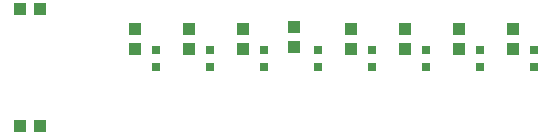
<source format=gtp>
G04*
G04 #@! TF.GenerationSoftware,Altium Limited,Altium Designer,24.5.2 (23)*
G04*
G04 Layer_Color=8421504*
%FSLAX44Y44*%
%MOMM*%
G71*
G04*
G04 #@! TF.SameCoordinates,B26EB2D3-40D5-4C0D-8AB9-A0D858DAE7C2*
G04*
G04*
G04 #@! TF.FilePolarity,Positive*
G04*
G01*
G75*
%ADD13R,1.1000X1.0000*%
%ADD14R,0.8000X0.8000*%
%ADD15R,1.0000X1.1000*%
D13*
X64652Y210058D02*
D03*
X81652D02*
D03*
X64652Y110998D02*
D03*
X81652D02*
D03*
D14*
X179832Y175418D02*
D03*
Y160418D02*
D03*
X225552Y175418D02*
D03*
Y160418D02*
D03*
X271272Y175418D02*
D03*
Y160418D02*
D03*
X316992Y175418D02*
D03*
Y160418D02*
D03*
X362712Y175418D02*
D03*
Y160418D02*
D03*
X408432Y175418D02*
D03*
Y160418D02*
D03*
X454152Y175418D02*
D03*
Y160418D02*
D03*
X499872Y175418D02*
D03*
Y160418D02*
D03*
D15*
X162052Y176158D02*
D03*
Y193158D02*
D03*
X207772Y176158D02*
D03*
Y193158D02*
D03*
X253492Y176158D02*
D03*
Y193158D02*
D03*
X297180Y177428D02*
D03*
Y194428D02*
D03*
X344932Y176158D02*
D03*
Y193158D02*
D03*
X390652Y176158D02*
D03*
Y193158D02*
D03*
X436372Y176158D02*
D03*
Y193158D02*
D03*
X482092Y176158D02*
D03*
Y193158D02*
D03*
M02*

</source>
